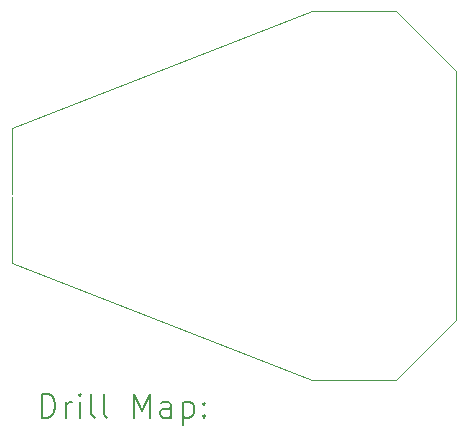
<source format=gbr>
%TF.GenerationSoftware,KiCad,Pcbnew,7.0.5*%
%TF.CreationDate,2023-11-04T19:56:53-04:00*%
%TF.ProjectId,Switch,53776974-6368-42e6-9b69-6361645f7063,rev?*%
%TF.SameCoordinates,Original*%
%TF.FileFunction,Drillmap*%
%TF.FilePolarity,Positive*%
%FSLAX45Y45*%
G04 Gerber Fmt 4.5, Leading zero omitted, Abs format (unit mm)*
G04 Created by KiCad (PCBNEW 7.0.5) date 2023-11-04 19:56:53*
%MOMM*%
%LPD*%
G01*
G04 APERTURE LIST*
%ADD10C,0.100000*%
%ADD11C,0.200000*%
G04 APERTURE END LIST*
D10*
X16306800Y-6756400D02*
X13766800Y-7747000D01*
X17526000Y-9372600D02*
X17018000Y-9880600D01*
X17526000Y-7264400D02*
X17018000Y-6756400D01*
X17018000Y-6756400D02*
X16306800Y-6756400D01*
X16306800Y-9880600D02*
X13766800Y-8890000D01*
X17526000Y-8305800D02*
X17526000Y-9372600D01*
X13766800Y-7747000D02*
X13766800Y-8305800D01*
X17526000Y-8280400D02*
X17526000Y-8369300D01*
X17018000Y-9880600D02*
X16306800Y-9880600D01*
X17526000Y-8331200D02*
X17526000Y-7264400D01*
X13766800Y-8890000D02*
X13766800Y-8331200D01*
D11*
X14022577Y-10197084D02*
X14022577Y-9997084D01*
X14022577Y-9997084D02*
X14070196Y-9997084D01*
X14070196Y-9997084D02*
X14098767Y-10006608D01*
X14098767Y-10006608D02*
X14117815Y-10025655D01*
X14117815Y-10025655D02*
X14127339Y-10044703D01*
X14127339Y-10044703D02*
X14136862Y-10082798D01*
X14136862Y-10082798D02*
X14136862Y-10111370D01*
X14136862Y-10111370D02*
X14127339Y-10149465D01*
X14127339Y-10149465D02*
X14117815Y-10168512D01*
X14117815Y-10168512D02*
X14098767Y-10187560D01*
X14098767Y-10187560D02*
X14070196Y-10197084D01*
X14070196Y-10197084D02*
X14022577Y-10197084D01*
X14222577Y-10197084D02*
X14222577Y-10063750D01*
X14222577Y-10101846D02*
X14232101Y-10082798D01*
X14232101Y-10082798D02*
X14241624Y-10073274D01*
X14241624Y-10073274D02*
X14260672Y-10063750D01*
X14260672Y-10063750D02*
X14279720Y-10063750D01*
X14346386Y-10197084D02*
X14346386Y-10063750D01*
X14346386Y-9997084D02*
X14336862Y-10006608D01*
X14336862Y-10006608D02*
X14346386Y-10016131D01*
X14346386Y-10016131D02*
X14355910Y-10006608D01*
X14355910Y-10006608D02*
X14346386Y-9997084D01*
X14346386Y-9997084D02*
X14346386Y-10016131D01*
X14470196Y-10197084D02*
X14451148Y-10187560D01*
X14451148Y-10187560D02*
X14441624Y-10168512D01*
X14441624Y-10168512D02*
X14441624Y-9997084D01*
X14574958Y-10197084D02*
X14555910Y-10187560D01*
X14555910Y-10187560D02*
X14546386Y-10168512D01*
X14546386Y-10168512D02*
X14546386Y-9997084D01*
X14803529Y-10197084D02*
X14803529Y-9997084D01*
X14803529Y-9997084D02*
X14870196Y-10139941D01*
X14870196Y-10139941D02*
X14936862Y-9997084D01*
X14936862Y-9997084D02*
X14936862Y-10197084D01*
X15117815Y-10197084D02*
X15117815Y-10092322D01*
X15117815Y-10092322D02*
X15108291Y-10073274D01*
X15108291Y-10073274D02*
X15089243Y-10063750D01*
X15089243Y-10063750D02*
X15051148Y-10063750D01*
X15051148Y-10063750D02*
X15032101Y-10073274D01*
X15117815Y-10187560D02*
X15098767Y-10197084D01*
X15098767Y-10197084D02*
X15051148Y-10197084D01*
X15051148Y-10197084D02*
X15032101Y-10187560D01*
X15032101Y-10187560D02*
X15022577Y-10168512D01*
X15022577Y-10168512D02*
X15022577Y-10149465D01*
X15022577Y-10149465D02*
X15032101Y-10130417D01*
X15032101Y-10130417D02*
X15051148Y-10120893D01*
X15051148Y-10120893D02*
X15098767Y-10120893D01*
X15098767Y-10120893D02*
X15117815Y-10111370D01*
X15213053Y-10063750D02*
X15213053Y-10263750D01*
X15213053Y-10073274D02*
X15232101Y-10063750D01*
X15232101Y-10063750D02*
X15270196Y-10063750D01*
X15270196Y-10063750D02*
X15289243Y-10073274D01*
X15289243Y-10073274D02*
X15298767Y-10082798D01*
X15298767Y-10082798D02*
X15308291Y-10101846D01*
X15308291Y-10101846D02*
X15308291Y-10158989D01*
X15308291Y-10158989D02*
X15298767Y-10178036D01*
X15298767Y-10178036D02*
X15289243Y-10187560D01*
X15289243Y-10187560D02*
X15270196Y-10197084D01*
X15270196Y-10197084D02*
X15232101Y-10197084D01*
X15232101Y-10197084D02*
X15213053Y-10187560D01*
X15394005Y-10178036D02*
X15403529Y-10187560D01*
X15403529Y-10187560D02*
X15394005Y-10197084D01*
X15394005Y-10197084D02*
X15384482Y-10187560D01*
X15384482Y-10187560D02*
X15394005Y-10178036D01*
X15394005Y-10178036D02*
X15394005Y-10197084D01*
X15394005Y-10073274D02*
X15403529Y-10082798D01*
X15403529Y-10082798D02*
X15394005Y-10092322D01*
X15394005Y-10092322D02*
X15384482Y-10082798D01*
X15384482Y-10082798D02*
X15394005Y-10073274D01*
X15394005Y-10073274D02*
X15394005Y-10092322D01*
M02*

</source>
